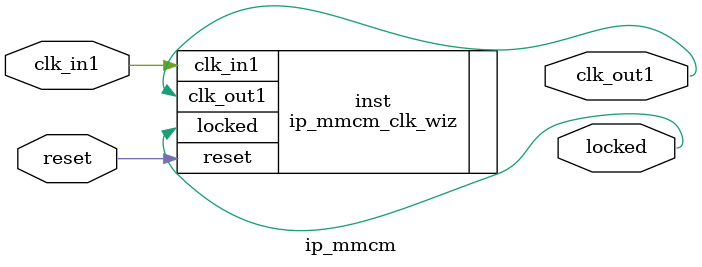
<source format=v>


`timescale 1ps/1ps

(* CORE_GENERATION_INFO = "ip_mmcm,clk_wiz_v6_0_11_0_0,{component_name=ip_mmcm,use_phase_alignment=true,use_min_o_jitter=false,use_max_i_jitter=false,use_dyn_phase_shift=false,use_inclk_switchover=false,use_dyn_reconfig=false,enable_axi=0,feedback_source=FDBK_AUTO,PRIMITIVE=MMCM,num_out_clk=1,clkin1_period=10.000,clkin2_period=10.000,use_power_down=false,use_reset=true,use_locked=true,use_inclk_stopped=false,feedback_type=SINGLE,CLOCK_MGR_TYPE=NA,manual_override=false}" *)

module ip_mmcm 
 (
  // Clock out ports
  output        clk_out1,
  // Status and control signals
  input         reset,
  output        locked,
 // Clock in ports
  input         clk_in1
 );

  ip_mmcm_clk_wiz inst
  (
  // Clock out ports  
  .clk_out1(clk_out1),
  // Status and control signals               
  .reset(reset), 
  .locked(locked),
 // Clock in ports
  .clk_in1(clk_in1)
  );

endmodule

</source>
